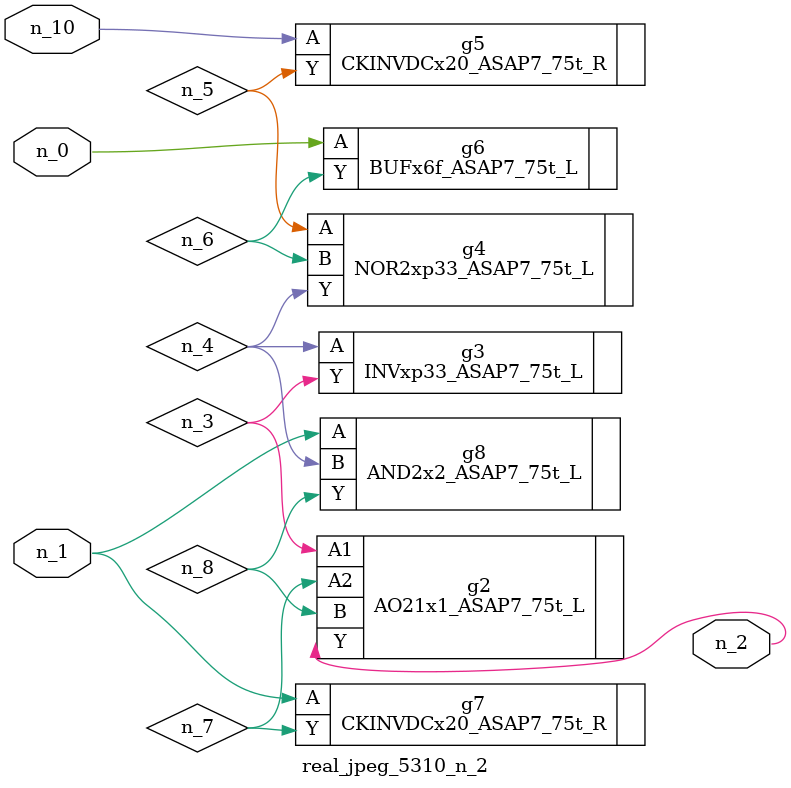
<source format=v>
module real_jpeg_5310_n_2 (n_1, n_10, n_0, n_2);

input n_1;
input n_10;
input n_0;

output n_2;

wire n_5;
wire n_4;
wire n_8;
wire n_6;
wire n_7;
wire n_3;

BUFx6f_ASAP7_75t_L g6 ( 
.A(n_0),
.Y(n_6)
);

CKINVDCx20_ASAP7_75t_R g7 ( 
.A(n_1),
.Y(n_7)
);

AND2x2_ASAP7_75t_L g8 ( 
.A(n_1),
.B(n_4),
.Y(n_8)
);

AO21x1_ASAP7_75t_L g2 ( 
.A1(n_3),
.A2(n_7),
.B(n_8),
.Y(n_2)
);

INVxp33_ASAP7_75t_L g3 ( 
.A(n_4),
.Y(n_3)
);

NOR2xp33_ASAP7_75t_L g4 ( 
.A(n_5),
.B(n_6),
.Y(n_4)
);

CKINVDCx20_ASAP7_75t_R g5 ( 
.A(n_10),
.Y(n_5)
);


endmodule
</source>
